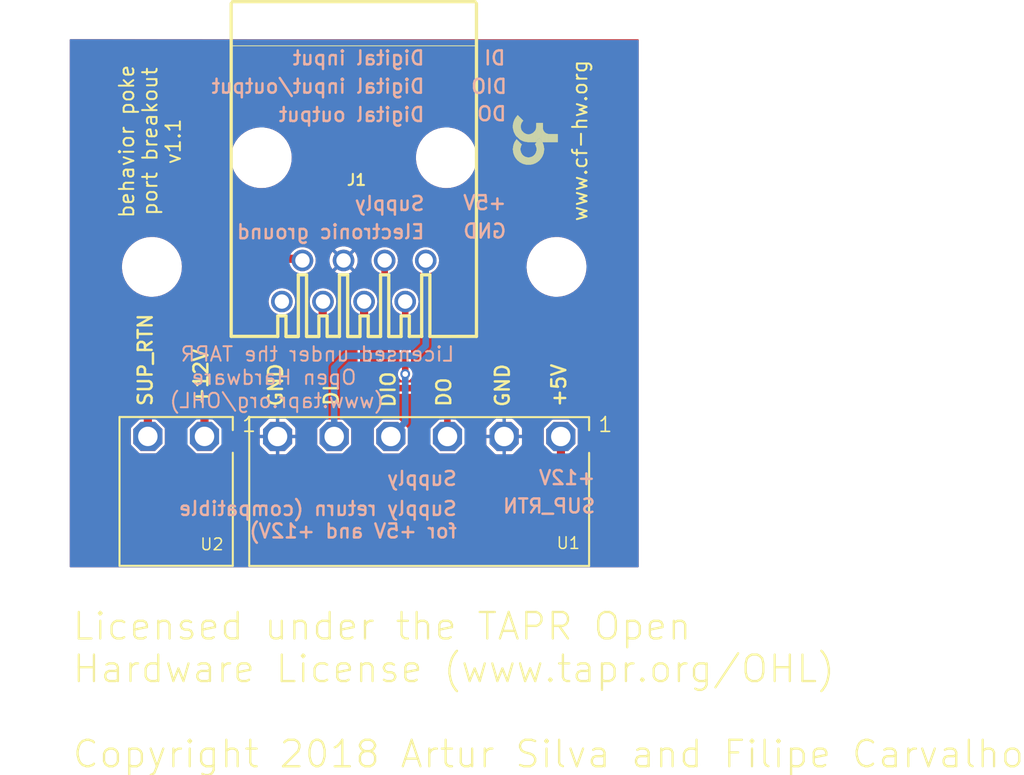
<source format=kicad_pcb>
(kicad_pcb (version 20211014) (generator pcbnew)
  (layers (0 "F.Cu" signal) (31 "B.Cu" signal) (34 "B.Paste" user) (35 "F.Paste" user) (36 "B.SilkS" user "B.Silkscreen") (37 "F.SilkS" user "F.Silkscreen") (38 "B.Mask" user) (39 "F.Mask" user) (44 "Edge.Cuts" user))
  (net 0 "")
  (net 1 "GND")
  (net 2 "+5V")
  (net 3 "+12V")
  (net 4 "DO")
  (net 5 "DIO")
  (net 6 "DI")
  (net 7 "SUP_RTN")
  (footprint "" (layer "F.Cu") (at 153.5011 86.5036)
    (fp_text reference "@HOLE1" hide)
    (fp_text value "" (at 0 0) (layer "F.SilkS") (effects (font (size 1.27 1.27))))
    (pad "" np_thru_hole circle (at 0 0) (size 3.2 3.2) (drill 3.2) (layers *.Cu *.Mask))
  )
  (footprint "harp behavior poke port breakout v1.1:CON_3.5MM_1X6" (layer "F.Cu") (at 170.3236 99.5336 180)
    (fp_text reference "U1" (at -9.685 -4.0485) (layer "F.SilkS") (effects (font (size 0.72136 0.72136) (thickness 0.09144)) (justify right)))
    (fp_text value "CON_3.5MM_1X6")
    (fp_text user "1" (at -10.69 2.741 180) (layer "F.SilkS") (effects (font (size 0.9144 0.9144) (thickness 0.1016)) (justify left bottom)))
    (pad "P1" thru_hole roundrect (at -8.44 2.54 270) (size 1.8 1.8) (drill 1.2) (layers *.Cu *.Mask) (chamfer_ratio 0.25) (chamfer top_left top_right bottom_left bottom_right) (net 2 "+5V"))
    (pad "P2" thru_hole roundrect (at -4.94 2.54 270) (size 1.8 1.8) (drill 1.2) (layers *.Cu *.Mask) (chamfer_ratio 0.25) (chamfer top_left top_right bottom_left bottom_right) (net 1 "GND"))
    (pad "P3" thru_hole roundrect (at -1.44 2.54 270) (size 1.8 1.8) (drill 1.2) (layers *.Cu *.Mask) (chamfer_ratio 0.25) (chamfer top_left top_right bottom_left bottom_right) (net 4 "DO"))
    (pad "P4" thru_hole roundrect (at 2.06 2.54 270) (size 1.8 1.8) (drill 1.2) (layers *.Cu *.Mask) (chamfer_ratio 0.25) (chamfer top_left top_right bottom_left bottom_right) (net 5 "DIO"))
    (pad "P5" thru_hole roundrect (at 5.56 2.54 270) (size 1.8 1.8) (drill 1.2) (layers *.Cu *.Mask) (chamfer_ratio 0.25) (chamfer top_left top_right bottom_left bottom_right) (net 6 "DI"))
    (pad "P6" thru_hole roundrect (at 9.06 2.54 270) (size 1.8 1.8) (drill 1.2) (layers *.Cu *.Mask) (chamfer_ratio 0.25) (chamfer top_left top_right bottom_left bottom_right) (net 1 "GND"))
  )
  (footprint "" (layer "F.Cu") (at 178.5011 86.5036)
    (fp_text reference "@HOLE0" hide)
    (fp_text value "" (at 0 0) (layer "F.SilkS") (effects (font (size 1.27 1.27))))
    (pad "" np_thru_hole circle (at 0 0) (size 3.2 3.2) (drill 3.2) (layers *.Cu *.Mask))
  )
  (footprint "harp behavior poke port breakout v1.1:CON_3.5MM_1X2" (layer "F.Cu") (at 154.9986 96.9861 180)
    (fp_text reference "U2" (at -2.9925 -6.6735) (layer "F.SilkS") (effects (font (size 0.72136 0.72136) (thickness 0.09144)) (justify right)))
    (fp_text value "CON_3.5MM_1X2")
    (fp_text user "1" (at -4 0.201 180) (layer "F.SilkS") (effects (font (size 0.9144 0.9144) (thickness 0.1016)) (justify left bottom)))
    (pad "P1" thru_hole roundrect (at -1.75 0 270) (size 1.8 1.8) (drill 1.2) (layers *.Cu *.Mask) (chamfer_ratio 0.25) (chamfer top_left top_right bottom_left bottom_right) (net 3 "+12V"))
    (pad "P2" thru_hole roundrect (at 1.75 0 270) (size 1.8 1.8) (drill 1.2) (layers *.Cu *.Mask) (chamfer_ratio 0.25) (chamfer top_left top_right bottom_left bottom_right) (net 7 "SUP_RTN"))
  )
  (footprint "harp behavior poke port breakout v1.1:520426-4" (layer "F.Cu") (at 165.9763 79.7575 180)
    (fp_text reference "J1" (at 0.5023 -1.3739) (layer "F.SilkS") (effects (font (size 0.681939 0.681939) (thickness 0.130861)) (justify left)))
    (fp_text value "Port 1")
    (pad "" np_thru_hole circle (at 5.715 0 180) (size 3.2512 3.2512) (drill 3.2512) (layers *.Cu *.Mask))
    (pad "" np_thru_hole circle (at -5.715 0 180) (size 3.2512 3.2512) (drill 3.2512) (layers *.Cu *.Mask))
    (pad "1" thru_hole circle (at -4.445 -6.35 180) (size 1.3335 1.3335) (drill 0.889) (layers *.Cu *.Mask) (net 6 "DI"))
    (pad "2" thru_hole circle (at -3.175 -8.89 180) (size 1.3335 1.3335) (drill 0.889) (layers *.Cu *.Mask) (net 5 "DIO"))
    (pad "3" thru_hole circle (at -1.905 -6.35 180) (size 1.3335 1.3335) (drill 0.889) (layers *.Cu *.Mask) (net 4 "DO"))
    (pad "4" thru_hole circle (at -0.635 -8.89 180) (size 1.3335 1.3335) (drill 0.889) (layers *.Cu *.Mask) (net 2 "+5V"))
    (pad "5" thru_hole circle (at 0.635 -6.35 180) (size 1.3335 1.3335) (drill 0.889) (layers *.Cu *.Mask) (net 1 "GND"))
    (pad "6" thru_hole circle (at 1.905 -8.89 180) (size 1.3335 1.3335) (drill 0.889) (layers *.Cu *.Mask) (net 3 "+12V"))
    (pad "7" thru_hole circle (at 3.175 -6.35 180) (size 1.3335 1.3335) (drill 0.889) (layers *.Cu *.Mask) (net 7 "SUP_RTN"))
    (pad "8" thru_hole circle (at 4.445 -8.89 180) (size 1.3335 1.3335) (drill 0.889) (layers *.Cu *.Mask))
  )
  (footprint "harp behavior poke port breakout v1.1:LOGO_8" (layer "F.Cu") (at 176.7511 79.2536 90)
    (fp_text reference "U$2" hide)
    (fp_text value "" hide)
  )
  (gr_text "+12V" (at 180.9811 100.0486) (layer "B.SilkS") (effects (font (size 0.8636 0.8636) (thickness 0.1524)) (justify left bottom mirror)))
  (gr_text "Supply return (compatible\nfor +5V and +12V)" (at 172.4236 103.3461) (layer "B.SilkS") (effects (font (size 0.8636 0.8636) (thickness 0.1524)) (justify left bottom mirror)))
  (gr_text "SUP_RTN" (at 180.9811 101.7986) (layer "B.SilkS") (effects (font (size 0.8636 0.8636) (thickness 0.1524)) (justify left bottom mirror)))
  (gr_text "DIO" (at 175.5211 75.8561) (layer "B.SilkS") (effects (font (size 0.8636 0.8636) (thickness 0.1524)) (justify left bottom mirror)))
  (gr_text "DO" (at 175.4811 77.5486) (layer "B.SilkS") (effects (font (size 0.8636 0.8636) (thickness 0.1524)) (justify left bottom mirror)))
  (gr_text "Digital input/output" (at 170.4236 75.8461) (layer "B.SilkS") (effects (font (size 0.8636 0.8636) (thickness 0.1524)) (justify left bottom mirror)))
  (gr_text "Licensed under the TAPR \nOpen Hardware  \n(www.tapr.org/OHL)" (at 154.5185 91.374982) (layer "B.SilkS") (effects (font (size 0.89408 0.89408) (thickness 0.12192)) (justify right top mirror)))
  (gr_text "+5V" (at 175.4811 83.0486) (layer "B.SilkS") (effects (font (size 0.8636 0.8636) (thickness 0.1524)) (justify left bottom mirror)))
  (gr_text "Electronic ground" (at 170.4236 84.8461) (layer "B.SilkS") (effects (font (size 0.8636 0.8636) (thickness 0.1524)) (justify left bottom mirror)))
  (gr_text "GND" (at 175.4811 84.7986) (layer "B.SilkS") (effects (font (size 0.8636 0.8636) (thickness 0.1524)) (justify left bottom mirror)))
  (gr_text "Digital output" (at 170.4236 77.5961) (layer "B.SilkS") (effects (font (size 0.8636 0.8636) (thickness 0.1524)) (justify left bottom mirror)))
  (gr_text "Supply" (at 172.4236 100.0961) (layer "B.SilkS") (effects (font (size 0.8636 0.8636) (thickness 0.1524)) (justify left bottom mirror)))
  (gr_text "Supply" (at 170.4236 83.0961) (layer "B.SilkS") (effects (font (size 0.8636 0.8636) (thickness 0.1524)) (justify left bottom mirror)))
  (gr_text "DI" (at 175.4236 74.0961) (layer "B.SilkS") (effects (font (size 0.8636 0.8636) (thickness 0.1524)) (justify left bottom mirror)))
  (gr_text "Digital input" (at 170.4236 74.0961) (layer "B.SilkS") (effects (font (size 0.8636 0.8636) (thickness 0.1524)) (justify left bottom mirror)))
  (gr_text "SUP_RTN" (at 153.5961 95.1911 90) (layer "F.SilkS") (effects (font (size 0.8636 0.8636) (thickness 0.1524)) (justify left bottom)))
  (gr_text "behavior poke\nport breakout\nv1.1" (at 155.3443 78.7473 90) (layer "F.SilkS") (effects (font (size 0.89408 0.89408) (thickness 0.12192)) (justify bottom)))
  (gr_text "+12V" (at 157.0386 95.1511 90) (layer "F.SilkS") (effects (font (size 0.8636 0.8636) (thickness 0.1524)) (justify left bottom)))
  (gr_text "DIO" (at 168.6036 95.2736 90) (layer "F.SilkS") (effects (font (size 0.8636 0.8636) (thickness 0.1524)) (justify left bottom)))
  (gr_text "Licensed under the TAPR Open \nHardware License (www.tapr.org/OHL)\n\nCopyright 2018 Artur Silva and Filipe Carvalho" (at 148.5011 117.586) (layer "F.SilkS") (effects (font (size 1.63576 1.63576) (thickness 0.14224)) (justify left bottom)))
  (gr_text "GND" (at 175.6661 95.2486 90) (layer "F.SilkS") (effects (font (size 0.8636 0.8636) (thickness 0.1524)) (justify left bottom)))
  (gr_text "DO" (at 172.0461 95.2336 90) (layer "F.SilkS") (effects (font (size 0.8636 0.8636) (thickness 0.1524)) (justify left bottom)))
  (gr_text "www.cf-hw.org" (at 180.4679 78.6992 90) (layer "F.SilkS") (effects (font (size 0.89408 0.89408) (thickness 0.12192)) (justify bottom)))
  (gr_text "GND" (at 161.6511 95.2161 90) (layer "F.SilkS") (effects (font (size 0.8636 0.8636) (thickness 0.1524)) (justify left bottom)))
  (gr_text "+5V" (at 179.1511 95.2461 90) (layer "F.SilkS") (effects (font (size 0.8636 0.8636) (thickness 0.1524)) (justify left bottom)))
  (gr_text "DI" (at 165.0936 95.1761 90) (layer "F.SilkS") (effects (font (size 0.8636 0.8636) (thickness 0.1524)) (justify left bottom)))
  (segment (start 178.1661 99.2186) (end 178.7736 98.6111) (width 0.508) (layer "F.Cu") (net 2))
  (segment (start 166.6113 98.5888) (end 167.2411 99.2186) (width 0.508) (layer "F.Cu") (net 2))
  (segment (start 178.7736 97.0036) (end 178.7636 96.9936) (width 0.508) (layer "F.Cu") (net 2))
  (segment (start 178.7736 98.6111) (end 178.7736 97.0036) (width 0.508) (layer "F.Cu") (net 2))
  (segment (start 166.6113 88.6475) (end 166.6113 98.5888) (width 0.508) (layer "F.Cu") (net 2))
  (segment (start 167.2411 99.2186) (end 178.1661 99.2186) (width 0.508) (layer "F.Cu") (net 2))
  (segment (start 156.7486 96.9861) (end 156.7486 92.7561) (width 0.508) (layer "F.Cu") (net 3))
  (segment (start 157.5011 92.0036) (end 163.4411 92.0036) (width 0.508) (layer "F.Cu") (net 3))
  (segment (start 163.4411 92.0036) (end 164.0511 91.3936) (width 0.508) (layer "F.Cu") (net 3))
  (segment (start 164.0511 88.6677) (end 164.0713 88.6475) (width 0.6096) (layer "F.Cu") (net 3))
  (segment (start 164.0511 91.3936) (end 164.0511 88.6677) (width 0.508) (layer "F.Cu") (net 3))
  (segment (start 156.7486 92.7561) (end 157.5011 92.0036) (width 0.508) (layer "F.Cu") (net 3))
  (segment (start 167.8813 93.3838) (end 168.5011 94.0036) (width 0.4064) (layer "F.Cu") (net 4))
  (segment (start 171.1436 94.0036) (end 171.7561 94.6161) (width 0.4064) (layer "F.Cu") (net 4))
  (segment (start 168.5011 94.0036) (end 171.1436 94.0036) (width 0.4064) (layer "F.Cu") (net 4))
  (segment (start 167.8813 86.1075) (end 167.8813 93.3838) (width 0.4064) (layer "F.Cu") (net 4))
  (segment (start 171.7561 96.9861) (end 171.7636 96.9936) (width 0.4064) (layer "F.Cu") (net 4))
  (segment (start 171.7561 94.6161) (end 171.7561 96.9861) (width 0.4064) (layer "F.Cu") (net 4))
  (segment (start 169.1513 93.1284) (end 169.1486 93.1311) (width 0.4064) (layer "F.Cu") (net 5))
  (segment (start 169.1513 88.6475) (end 169.1513 93.1284) (width 0.4064) (layer "F.Cu") (net 5))
  (via (at 169.1513 93.1284) (size 0.6) (drill 0.35) (layers "F.Cu" "B.Cu") (net 5))
  (segment (start 169.1513 96.1059) (end 168.2636 96.9936) (width 0.4064) (layer "B.Cu") (net 5))
  (segment (start 169.1513 93.1284) (end 169.1513 96.1059) (width 0.4064) (layer "B.Cu") (net 5))
  (segment (start 164.7636 96.9936) (end 164.7636 92.7411) (width 0.4064) (layer "B.Cu") (net 6))
  (segment (start 170.4186 86.1102) (end 170.4213 86.1075) (width 0.4064) (layer "B.Cu") (net 6))
  (segment (start 169.7811 92.0036) (end 170.4186 91.3661) (width 0.4064) (layer "B.Cu") (net 6))
  (segment (start 170.4186 91.3661) (end 170.4186 86.1102) (width 0.4064) (layer "B.Cu") (net 6))
  (segment (start 165.5011 92.0036) (end 169.7811 92.0036) (width 0.4064) (layer "B.Cu") (net 6))
  (segment (start 164.7636 92.7411) (end 165.5011 92.0036) (width 0.4064) (layer "B.Cu") (net 6))
  (segment (start 159.1086 90.0586) (end 159.9736 89.1936) (width 0.508) (layer "F.Cu") (net 7))
  (segment (start 160.5011 86.0036) (end 162.6974 86.0036) (width 0.508) (layer "F.Cu") (net 7))
  (segment (start 153.2486 96.9861) (end 153.2486 90.9811) (width 0.508) (layer "F.Cu") (net 7))
  (segment (start 154.1711 90.0586) (end 159.1086 90.0586) (width 0.508) (layer "F.Cu") (net 7))
  (segment (start 153.2486 90.9811) (end 154.1711 90.0586) (width 0.508) (layer "F.Cu") (net 7))
  (segment (start 162.6974 86.0036) (end 162.8013 86.1075) (width 0.508) (layer "F.Cu") (net 7))
  (segment (start 159.9736 89.1936) (end 159.9736 86.5311) (width 0.508) (layer "F.Cu") (net 7))
  (segment (start 159.9736 86.5311) (end 160.5011 86.0036) (width 0.508) (layer "F.Cu") (net 7))
  (zone (net 1) (net_name "GND") (layer "F.Cu") (priority 6) (connect_pads (clearance 0.000001)) (min_thickness 0.0762) (fill yes (thermal_gap 0.2024) (thermal_bridge_width 0.2024))
    (polygon (pts (xy 183.5773 105.0798) (xy 148.4249 105.0798) (xy 148.4249 72.4274) (xy 183.5773 72.4274)))
  )
  (zone (net 1) (net_name "GND") (layer "B.Cu") (priority 6) (connect_pads (clearance 0.000001)) (min_thickness 0.0762) (fill yes (thermal_gap 0.2024) (thermal_bridge_width 0.2024))
    (polygon (pts (xy 183.5773 72.479513) (xy 183.5773 105.0798) (xy 148.4249 105.0798) (xy 148.4249 72.427287)))
  )
)
</source>
